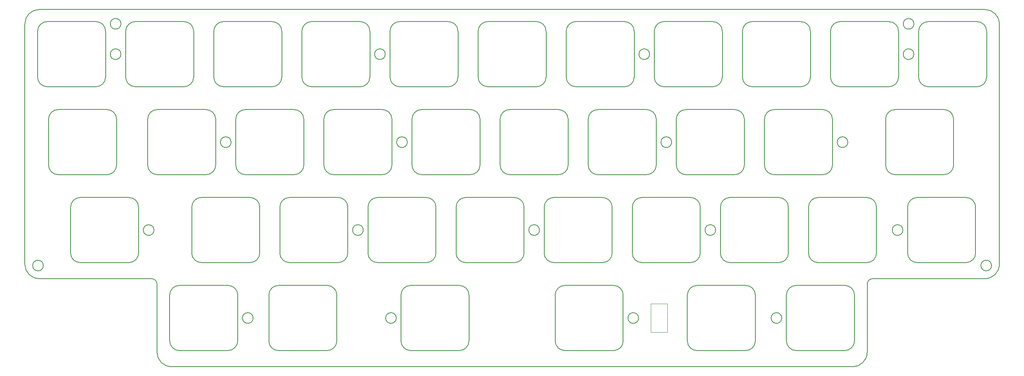
<source format=gbr>
%TF.GenerationSoftware,KiCad,Pcbnew,8.0.9*%
%TF.CreationDate,2026-02-07T17:36:35+01:00*%
%TF.ProjectId,travaulta plate dyna fr4,74726176-6175-46c7-9461-20706c617465,rev?*%
%TF.SameCoordinates,Original*%
%TF.FileFunction,Profile,NP*%
%FSLAX46Y46*%
G04 Gerber Fmt 4.6, Leading zero omitted, Abs format (unit mm)*
G04 Created by KiCad (PCBNEW 8.0.9) date 2026-02-07 17:36:35*
%MOMM*%
%LPD*%
G01*
G04 APERTURE LIST*
%TA.AperFunction,Profile*%
%ADD10C,0.200000*%
%TD*%
%TA.AperFunction,Profile*%
%ADD11C,0.100000*%
%TD*%
G04 APERTURE END LIST*
D10*
X113709100Y-100221400D02*
G75*
G02*
X111634100Y-102296400I-2075000J0D01*
G01*
X249440350Y-100221300D02*
G75*
G02*
X247379560Y-102296400I-2075150J0D01*
G01*
X201815350Y-119271300D02*
G75*
G02*
X199754560Y-121346400I-2075150J0D01*
G01*
X180384100Y-81171400D02*
G75*
G02*
X178309100Y-83246400I-2075000J0D01*
G01*
X127584100Y-71221400D02*
X127584100Y-81171400D01*
X98702800Y-121346400D02*
X109267060Y-121346400D01*
X105846600Y-64196400D02*
X116396600Y-64196400D01*
X215384100Y-102296400D02*
G75*
G02*
X213309100Y-100221400I0J2075000D01*
G01*
X111327850Y-119271300D02*
G75*
G02*
X109267060Y-121346400I-2075150J0D01*
G01*
X175621600Y-62121400D02*
X175621600Y-52171400D01*
X237121600Y-52171400D02*
X237121600Y-62121400D01*
X221171600Y-107246400D02*
G75*
G02*
X223246600Y-109321400I0J-2075000D01*
G01*
X140209100Y-69146400D02*
X129659100Y-69146400D01*
X137521600Y-62121400D02*
G75*
G02*
X135446600Y-64196400I-2075000J0D01*
G01*
X211646600Y-50096400D02*
X201096600Y-50096400D01*
X113709100Y-100221400D02*
X113709100Y-90271400D01*
X46621600Y-52171400D02*
G75*
G02*
X48696600Y-50096400I2075000J0D01*
G01*
X137521600Y-62121400D02*
X137521600Y-52171400D01*
X72450000Y-121724999D02*
X72450000Y-106974999D01*
X110609100Y-83246400D02*
X121159100Y-83246400D01*
X111634100Y-88196400D02*
G75*
G02*
X113709100Y-90271400I0J-2075000D01*
G01*
X97346600Y-50096400D02*
G75*
G02*
X99421600Y-52171400I0J-2075000D01*
G01*
X156159100Y-90271400D02*
G75*
G02*
X158234100Y-88196400I2075000J0D01*
G01*
X148709100Y-83246400D02*
G75*
G02*
X146634100Y-81171400I0J2075000D01*
G01*
X48696600Y-64196400D02*
G75*
G02*
X46621600Y-62121400I0J2075000D01*
G01*
X239196600Y-64196400D02*
X249746600Y-64196400D01*
X77271600Y-121346400D02*
G75*
G02*
X75196600Y-119271400I0J2075000D01*
G01*
X197359100Y-69146400D02*
X186809100Y-69146400D01*
X155137500Y-95250000D02*
G75*
G02*
X152837500Y-95250000I-1150000J0D01*
G01*
X152837500Y-95250000D02*
G75*
G02*
X155137500Y-95250000I1150000J0D01*
G01*
X146634100Y-71221400D02*
G75*
G02*
X148709100Y-69146400I2075000J0D01*
G01*
X192596600Y-50096400D02*
X182046600Y-50096400D01*
X51077850Y-83246400D02*
X61627850Y-83246400D01*
X80371600Y-62121400D02*
X80371600Y-52171400D01*
X93225000Y-114300000D02*
G75*
G02*
X90925000Y-114300000I-1150000J0D01*
G01*
X90925000Y-114300000D02*
G75*
G02*
X93225000Y-114300000I1150000J0D01*
G01*
X189190300Y-121346400D02*
X199754560Y-121346400D01*
X61321600Y-62121400D02*
G75*
G02*
X59246600Y-64196400I-2075000J0D01*
G01*
D11*
X179179211Y-111222627D02*
X182774442Y-111222627D01*
X182774442Y-117365374D01*
X179179211Y-117365374D01*
X179179211Y-111222627D01*
D10*
X252884375Y-102933999D02*
G75*
G02*
X250584375Y-102933999I-1150000J0D01*
G01*
X250584375Y-102933999D02*
G75*
G02*
X252884375Y-102933999I1150000J0D01*
G01*
X91559100Y-83246400D02*
X102109100Y-83246400D01*
X96627850Y-109321400D02*
G75*
G02*
X98688496Y-107246401I2075150J-100D01*
G01*
X158540350Y-109321500D02*
X158540350Y-119271400D01*
X122821600Y-52171400D02*
X122821600Y-62121400D01*
X206884100Y-88196400D02*
X196334100Y-88196400D01*
X97346600Y-50096400D02*
X86796600Y-50096400D01*
X121159100Y-69146400D02*
G75*
G02*
X123234100Y-71221400I0J-2075000D01*
G01*
X156571600Y-62121400D02*
G75*
G02*
X154496600Y-64196400I-2075000J0D01*
G01*
X249746600Y-50096400D02*
G75*
G02*
X251821600Y-52171400I0J-2075000D01*
G01*
X234740350Y-90271500D02*
X234740350Y-100221400D01*
X199740400Y-107246400D02*
X189175996Y-107246400D01*
X218071600Y-52171400D02*
X218071600Y-62121400D01*
X116396600Y-50096400D02*
X105846600Y-50096400D01*
X99421600Y-62121400D02*
G75*
G02*
X97346600Y-64196400I-2075000J0D01*
G01*
X205859100Y-83246400D02*
X216409100Y-83246400D01*
X123234100Y-81171400D02*
G75*
G02*
X121159100Y-83246400I-2075000J0D01*
G01*
X120134100Y-102296400D02*
X130684100Y-102296400D01*
X244677850Y-81171300D02*
G75*
G02*
X242617060Y-83246400I-2075150J0D01*
G01*
X168784100Y-88196400D02*
X158234100Y-88196400D01*
X79959100Y-90271400D02*
X79959100Y-100221400D01*
X71793750Y-95250000D02*
G75*
G02*
X69493750Y-95250000I-1150000J0D01*
G01*
X69493750Y-95250000D02*
G75*
G02*
X71793750Y-95250000I1150000J0D01*
G01*
X154496600Y-50096400D02*
G75*
G02*
X156571600Y-52171400I0J-2075000D01*
G01*
X167759100Y-83246400D02*
X178309100Y-83246400D01*
X177284100Y-102296400D02*
G75*
G02*
X175209100Y-100221400I0J2075000D01*
G01*
X233718750Y-95250000D02*
G75*
G02*
X231418750Y-95250000I-1150000J0D01*
G01*
X231418750Y-95250000D02*
G75*
G02*
X233718750Y-95250000I1150000J0D01*
G01*
X205859100Y-83246400D02*
G75*
G02*
X203784100Y-81171400I0J2075000D01*
G01*
X179971600Y-52171400D02*
X179971600Y-62121400D01*
X187115350Y-109321500D02*
X187115350Y-119271400D01*
X234740350Y-90271500D02*
G75*
G02*
X236800996Y-88196401I2075150J0D01*
G01*
X232052800Y-83246400D02*
X242617060Y-83246400D01*
X175209100Y-90271400D02*
X175209100Y-100221400D01*
X189909100Y-100221400D02*
G75*
G02*
X187834100Y-102296400I-2075000J0D01*
G01*
X242602900Y-69146400D02*
X232038496Y-69146400D01*
X99009100Y-90271400D02*
G75*
G02*
X101084100Y-88196400I2075000J0D01*
G01*
X47866000Y-102933999D02*
G75*
G02*
X45566000Y-102933999I-1150000J0D01*
G01*
X45566000Y-102933999D02*
G75*
G02*
X47866000Y-102933999I1150000J0D01*
G01*
X199434100Y-81171400D02*
X199434100Y-71221400D01*
X201096600Y-64196400D02*
G75*
G02*
X199021600Y-62121400I0J2075000D01*
G01*
X89484100Y-71221400D02*
G75*
G02*
X91559100Y-69146400I2075000J0D01*
G01*
X104184100Y-81171400D02*
G75*
G02*
X102109100Y-83246400I-2075000J0D01*
G01*
X225934100Y-88196400D02*
X215384100Y-88196400D01*
X148709100Y-83246400D02*
X159259100Y-83246400D01*
X84721600Y-52171400D02*
G75*
G02*
X86796600Y-50096400I2075000J0D01*
G01*
X171165400Y-107246400D02*
G75*
G02*
X173240300Y-109321400I0J-2074900D01*
G01*
X66390350Y-88196400D02*
X55840350Y-88196400D01*
X254575000Y-102674999D02*
G75*
G02*
X251475000Y-105775000I-3100000J-1D01*
G01*
X94659100Y-100221400D02*
X94659100Y-90271400D01*
X236100000Y-57150000D02*
G75*
G02*
X233800000Y-57150000I-1150000J0D01*
G01*
X233800000Y-57150000D02*
G75*
G02*
X236100000Y-57150000I1150000J0D01*
G01*
X130684100Y-88196400D02*
G75*
G02*
X132759100Y-90271400I0J-2075000D01*
G01*
X218484100Y-81171400D02*
G75*
G02*
X216409100Y-83246400I-2075000J0D01*
G01*
X156159100Y-90271400D02*
X156159100Y-100221400D01*
X68465350Y-100221400D02*
X68465350Y-90271400D01*
X124181250Y-114300000D02*
G75*
G02*
X121881250Y-114300000I-1150000J0D01*
G01*
X121881250Y-114300000D02*
G75*
G02*
X124181250Y-114300000I1150000J0D01*
G01*
X177284100Y-102296400D02*
X187834100Y-102296400D01*
X121800000Y-57150000D02*
G75*
G02*
X119500000Y-57150000I-1150000J0D01*
G01*
X119500000Y-57150000D02*
G75*
G02*
X121800000Y-57150000I1150000J0D01*
G01*
X78296600Y-50096400D02*
G75*
G02*
X80371600Y-52171400I0J-2075000D01*
G01*
X82034100Y-102296400D02*
X92584100Y-102296400D01*
X65671600Y-52171400D02*
G75*
G02*
X67746600Y-50096400I2075000J0D01*
G01*
X71250000Y-105774999D02*
G75*
G02*
X72450001Y-106974999I0J-1200001D01*
G01*
X120134100Y-102296400D02*
G75*
G02*
X118059100Y-100221400I0J2075000D01*
G01*
X89896600Y-119271400D02*
X89896600Y-109321400D01*
X61321600Y-62121400D02*
X61321600Y-52171400D01*
X63702850Y-81171400D02*
G75*
G02*
X61627850Y-83246350I-2074950J0D01*
G01*
X199740400Y-107246400D02*
G75*
G02*
X201815300Y-109321400I0J-2074900D01*
G01*
X85134100Y-81171400D02*
X85134100Y-71221400D01*
X123234100Y-81171400D02*
X123234100Y-71221400D01*
X194259100Y-90271400D02*
G75*
G02*
X196334100Y-88196400I2075000J0D01*
G01*
X178309100Y-69146400D02*
G75*
G02*
X180384100Y-71221400I0J-2075000D01*
G01*
X46975000Y-47474999D02*
X251475000Y-47474999D01*
X160615300Y-121346400D02*
G75*
G02*
X158540400Y-119271400I0J2074900D01*
G01*
X208959100Y-100221400D02*
G75*
G02*
X206884100Y-102296400I-2075000J0D01*
G01*
X80371600Y-62121400D02*
G75*
G02*
X78296600Y-64196400I-2075000J0D01*
G01*
X143946600Y-64196400D02*
G75*
G02*
X141871600Y-62121400I0J2075000D01*
G01*
X55840350Y-102296400D02*
G75*
G02*
X53765300Y-100221400I-50J2075000D01*
G01*
X137827900Y-107246400D02*
X127263496Y-107246400D01*
X146634100Y-71221400D02*
X146634100Y-81171400D01*
X46621600Y-52171400D02*
X46621600Y-62121400D01*
X111634100Y-88196400D02*
X101084100Y-88196400D01*
X203784100Y-71221400D02*
X203784100Y-81171400D01*
X99421600Y-62121400D02*
X99421600Y-52171400D01*
X132759100Y-100221400D02*
X132759100Y-90271400D01*
X162996600Y-64196400D02*
G75*
G02*
X160921600Y-62121400I0J2075000D01*
G01*
X199021600Y-52171400D02*
X199021600Y-62121400D01*
X151809100Y-100221400D02*
X151809100Y-90271400D01*
X207525000Y-114300000D02*
G75*
G02*
X205225000Y-114300000I-1150000J0D01*
G01*
X205225000Y-114300000D02*
G75*
G02*
X207525000Y-114300000I1150000J0D01*
G01*
X201096600Y-64196400D02*
X211646600Y-64196400D01*
X129659100Y-83246400D02*
X140209100Y-83246400D01*
X226000000Y-106974999D02*
X226000000Y-121724999D01*
X222900000Y-124824999D02*
X75550000Y-124824999D01*
X139184100Y-102296400D02*
G75*
G02*
X137109100Y-100221400I0J2075000D01*
G01*
X223246600Y-119271400D02*
X223246600Y-109321400D01*
X218071600Y-52171400D02*
G75*
G02*
X220146600Y-50096400I2075000J0D01*
G01*
X68465350Y-100221400D02*
G75*
G02*
X66390350Y-102296350I-2074950J0D01*
G01*
X121159100Y-69146400D02*
X110609100Y-69146400D01*
X103771600Y-52171400D02*
G75*
G02*
X105846600Y-50096400I2075000J0D01*
G01*
X179971600Y-52171400D02*
G75*
G02*
X182046600Y-50096400I2075000J0D01*
G01*
X86796600Y-64196400D02*
G75*
G02*
X84721600Y-62121400I0J2075000D01*
G01*
X141871600Y-52171400D02*
X141871600Y-62121400D01*
X61627850Y-69146400D02*
X51077850Y-69146400D01*
X130684100Y-88196400D02*
X120134100Y-88196400D01*
X49002850Y-71221400D02*
G75*
G02*
X51077850Y-69146450I2074950J0D01*
G01*
X216409100Y-69146400D02*
X205859100Y-69146400D01*
X249440350Y-100221300D02*
X249440350Y-90271400D01*
X180384100Y-81171400D02*
X180384100Y-71221400D01*
X64650000Y-50574999D02*
G75*
G02*
X62350000Y-50574999I-1150000J0D01*
G01*
X62350000Y-50574999D02*
G75*
G02*
X64650000Y-50574999I1150000J0D01*
G01*
X201815350Y-119271300D02*
X201815350Y-109321400D01*
X160615300Y-121346400D02*
X171179560Y-121346400D01*
X247365400Y-88196400D02*
X236800996Y-88196400D01*
X194259100Y-90271400D02*
X194259100Y-100221400D01*
X228009100Y-100221400D02*
X228009100Y-90271400D01*
X72509100Y-83246400D02*
X83059100Y-83246400D01*
X48696600Y-64196400D02*
X59246600Y-64196400D01*
X197359100Y-69146400D02*
G75*
G02*
X199434100Y-71221400I0J-2075000D01*
G01*
X103771600Y-52171400D02*
X103771600Y-62121400D01*
X173546600Y-50096400D02*
X162996600Y-50096400D01*
X213721600Y-62121400D02*
G75*
G02*
X211646600Y-64196400I-2075000J0D01*
G01*
X171165400Y-107246400D02*
X160600996Y-107246400D01*
X89484100Y-71221400D02*
X89484100Y-81171400D01*
X77271600Y-121346400D02*
X87821600Y-121346400D01*
X105846600Y-64196400D02*
G75*
G02*
X103771600Y-62121400I0J2075000D01*
G01*
X211646600Y-50096400D02*
G75*
G02*
X213721600Y-52171400I0J-2075000D01*
G01*
X154496600Y-50096400D02*
X143946600Y-50096400D01*
X251821600Y-62121400D02*
G75*
G02*
X249746600Y-64196400I-2075000J0D01*
G01*
X124896600Y-64196400D02*
G75*
G02*
X122821600Y-62121400I0J2075000D01*
G01*
X75196600Y-109321400D02*
X75196600Y-119271400D01*
X151809100Y-100221400D02*
G75*
G02*
X149734100Y-102296400I-2075000J0D01*
G01*
X178950000Y-57150000D02*
G75*
G02*
X176650000Y-57150000I-1150000J0D01*
G01*
X176650000Y-57150000D02*
G75*
G02*
X178950000Y-57150000I1150000J0D01*
G01*
X236100000Y-50574999D02*
G75*
G02*
X233800000Y-50574999I-1150000J0D01*
G01*
X233800000Y-50574999D02*
G75*
G02*
X236100000Y-50574999I1150000J0D01*
G01*
X110609100Y-83246400D02*
G75*
G02*
X108534100Y-81171400I0J2075000D01*
G01*
X99009100Y-90271400D02*
X99009100Y-100221400D01*
X173546600Y-50096400D02*
G75*
G02*
X175621600Y-52171400I0J-2075000D01*
G01*
X210621600Y-121346400D02*
G75*
G02*
X208546600Y-119271400I0J2075000D01*
G01*
X96627850Y-109321400D02*
X96627850Y-119271400D01*
X64650000Y-57150000D02*
G75*
G02*
X62350000Y-57150000I-1150000J0D01*
G01*
X62350000Y-57150000D02*
G75*
G02*
X64650000Y-57150000I1150000J0D01*
G01*
X199021600Y-52171400D02*
G75*
G02*
X201096600Y-50096400I2075000J0D01*
G01*
X186809100Y-83246400D02*
G75*
G02*
X184734100Y-81171400I0J2075000D01*
G01*
X46975000Y-105774999D02*
G75*
G02*
X43875001Y-102674999I0J3099999D01*
G01*
X189909100Y-100221400D02*
X189909100Y-90271400D01*
X140209100Y-69146400D02*
G75*
G02*
X142284100Y-71221400I0J-2075000D01*
G01*
X161334100Y-81171400D02*
X161334100Y-71221400D01*
X189190300Y-121346400D02*
G75*
G02*
X187115400Y-119271400I0J2074900D01*
G01*
X67746600Y-64196400D02*
G75*
G02*
X65671600Y-62121400I0J2075000D01*
G01*
X117037500Y-95250000D02*
G75*
G02*
X114737500Y-95250000I-1150000J0D01*
G01*
X114737500Y-95250000D02*
G75*
G02*
X117037500Y-95250000I1150000J0D01*
G01*
X109252900Y-107246400D02*
X98688496Y-107246400D01*
X182046600Y-64196400D02*
G75*
G02*
X179971600Y-62121400I0J2075000D01*
G01*
X251475000Y-47474999D02*
G75*
G02*
X254575001Y-50574999I0J-3100001D01*
G01*
X49002850Y-71221400D02*
X49002850Y-81171400D01*
X137827900Y-107246400D02*
G75*
G02*
X139902800Y-109321400I0J-2074900D01*
G01*
X91559100Y-83246400D02*
G75*
G02*
X89484100Y-81171400I0J2075000D01*
G01*
X196334100Y-102296400D02*
X206884100Y-102296400D01*
X63702850Y-81171400D02*
X63702850Y-71221400D01*
X176568750Y-114300000D02*
G75*
G02*
X174268750Y-114300000I-1150000J0D01*
G01*
X174268750Y-114300000D02*
G75*
G02*
X176568750Y-114300000I1150000J0D01*
G01*
X139184100Y-102296400D02*
X149734100Y-102296400D01*
X127277800Y-121346400D02*
X137842060Y-121346400D01*
X229977850Y-71221500D02*
X229977850Y-81171400D01*
X226000000Y-106974999D02*
G75*
G02*
X227200000Y-105775000I1200000J-1D01*
G01*
X230696600Y-50096400D02*
G75*
G02*
X232771600Y-52171400I0J-2075000D01*
G01*
X118471600Y-62121400D02*
X118471600Y-52171400D01*
X137109100Y-90271400D02*
X137109100Y-100221400D01*
X173240350Y-119271300D02*
G75*
G02*
X171179560Y-121346400I-2075150J0D01*
G01*
X135446600Y-50096400D02*
G75*
G02*
X137521600Y-52171400I0J-2075000D01*
G01*
X215384100Y-102296400D02*
X225934100Y-102296400D01*
X251821600Y-62121400D02*
X251821600Y-52171400D01*
X143946600Y-64196400D02*
X154496600Y-64196400D01*
X170859100Y-100221400D02*
X170859100Y-90271400D01*
X199434100Y-81171400D02*
G75*
G02*
X197359100Y-83246400I-2075000J0D01*
G01*
X239196600Y-64196400D02*
G75*
G02*
X237121600Y-62121400I0J2075000D01*
G01*
X232052800Y-83246400D02*
G75*
G02*
X229977900Y-81171400I0J2074900D01*
G01*
X104184100Y-81171400D02*
X104184100Y-71221400D01*
X129659100Y-83246400D02*
G75*
G02*
X127584100Y-81171400I0J2075000D01*
G01*
X230696600Y-50096400D02*
X220146600Y-50096400D01*
X220146600Y-64196400D02*
X230696600Y-64196400D01*
X82034100Y-102296400D02*
G75*
G02*
X79959100Y-100221400I0J2075000D01*
G01*
X208546600Y-109321400D02*
G75*
G02*
X210621600Y-107246400I2075000J0D01*
G01*
X101084100Y-102296400D02*
G75*
G02*
X99009100Y-100221400I0J2075000D01*
G01*
X220146600Y-64196400D02*
G75*
G02*
X218071600Y-62121400I0J2075000D01*
G01*
X221171600Y-107246400D02*
X210621600Y-107246400D01*
X149734100Y-88196400D02*
X139184100Y-88196400D01*
X213721600Y-62121400D02*
X213721600Y-52171400D01*
X55840350Y-102296400D02*
X66390350Y-102296400D01*
X142284100Y-81171400D02*
G75*
G02*
X140209100Y-83246400I-2075000J0D01*
G01*
X160921600Y-52171400D02*
X160921600Y-62121400D01*
X203784100Y-71221400D02*
G75*
G02*
X205859100Y-69146400I2075000J0D01*
G01*
X168784100Y-88196400D02*
G75*
G02*
X170859100Y-90271400I0J-2075000D01*
G01*
X187834100Y-88196400D02*
G75*
G02*
X189909100Y-90271400I0J-2075000D01*
G01*
X186809100Y-83246400D02*
X197359100Y-83246400D01*
X183712500Y-76200000D02*
G75*
G02*
X181412500Y-76200000I-1150000J0D01*
G01*
X181412500Y-76200000D02*
G75*
G02*
X183712500Y-76200000I1150000J0D01*
G01*
X70434100Y-71221400D02*
G75*
G02*
X72509100Y-69146400I2075000J0D01*
G01*
X167759100Y-83246400D02*
G75*
G02*
X165684100Y-81171400I0J2075000D01*
G01*
X223246600Y-119271400D02*
G75*
G02*
X221171600Y-121346400I-2075000J0D01*
G01*
X142284100Y-81171400D02*
X142284100Y-71221400D01*
X109252900Y-107246400D02*
G75*
G02*
X111327800Y-109321400I0J-2074900D01*
G01*
X87821600Y-107246400D02*
X77271600Y-107246400D01*
X206884100Y-88196400D02*
G75*
G02*
X208959100Y-90271400I0J-2075000D01*
G01*
X78296600Y-50096400D02*
X67746600Y-50096400D01*
X162996600Y-64196400D02*
X173546600Y-64196400D01*
X159259100Y-69146400D02*
G75*
G02*
X161334100Y-71221400I0J-2075000D01*
G01*
X182046600Y-64196400D02*
X192596600Y-64196400D01*
X108534100Y-71221400D02*
G75*
G02*
X110609100Y-69146400I2075000J0D01*
G01*
X187834100Y-88196400D02*
X177284100Y-88196400D01*
X83059100Y-69146400D02*
X72509100Y-69146400D01*
X226000000Y-121724999D02*
G75*
G02*
X222900000Y-124825000I-3100000J-1D01*
G01*
X98702800Y-121346400D02*
G75*
G02*
X96627900Y-119271400I0J2074900D01*
G01*
X158234100Y-102296400D02*
G75*
G02*
X156159100Y-100221400I0J2075000D01*
G01*
X165684100Y-71221400D02*
G75*
G02*
X167759100Y-69146400I2075000J0D01*
G01*
X249746600Y-50096400D02*
X239196600Y-50096400D01*
X175209100Y-90271400D02*
G75*
G02*
X177284100Y-88196400I2075000J0D01*
G01*
X161334100Y-81171400D02*
G75*
G02*
X159259100Y-83246400I-2075000J0D01*
G01*
X225934100Y-88196400D02*
G75*
G02*
X228009100Y-90271400I0J-2075000D01*
G01*
X178309100Y-69146400D02*
X167759100Y-69146400D01*
X221812500Y-76200000D02*
G75*
G02*
X219512500Y-76200000I-1150000J0D01*
G01*
X219512500Y-76200000D02*
G75*
G02*
X221812500Y-76200000I1150000J0D01*
G01*
X196334100Y-102296400D02*
G75*
G02*
X194259100Y-100221400I0J2075000D01*
G01*
X232771600Y-62121400D02*
X232771600Y-52171400D01*
X94659100Y-100221400D02*
G75*
G02*
X92584100Y-102296400I-2075000J0D01*
G01*
X232771600Y-62121400D02*
G75*
G02*
X230696600Y-64196400I-2075000J0D01*
G01*
X59246600Y-50096400D02*
G75*
G02*
X61321600Y-52171400I0J-2075000D01*
G01*
X118471600Y-62121400D02*
G75*
G02*
X116396600Y-64196400I-2075000J0D01*
G01*
X126562500Y-76200000D02*
G75*
G02*
X124262500Y-76200000I-1150000J0D01*
G01*
X124262500Y-76200000D02*
G75*
G02*
X126562500Y-76200000I1150000J0D01*
G01*
X118059100Y-90271400D02*
X118059100Y-100221400D01*
X92584100Y-88196400D02*
G75*
G02*
X94659100Y-90271400I0J-2075000D01*
G01*
X51077850Y-83246400D02*
G75*
G02*
X49002800Y-81171400I-50J2075000D01*
G01*
X67746600Y-64196400D02*
X78296600Y-64196400D01*
X254575000Y-50574999D02*
X254575000Y-102674999D01*
X87821600Y-107246400D02*
G75*
G02*
X89896600Y-109321400I0J-2075000D01*
G01*
X194671600Y-62121400D02*
G75*
G02*
X192596600Y-64196400I-2075000J0D01*
G01*
X66390350Y-88196400D02*
G75*
G02*
X68465400Y-90271400I50J-2075000D01*
G01*
X116396600Y-50096400D02*
G75*
G02*
X118471600Y-52171400I0J-2075000D01*
G01*
X175621600Y-62121400D02*
G75*
G02*
X173546600Y-64196400I-2075000J0D01*
G01*
X132759100Y-100221400D02*
G75*
G02*
X130684100Y-102296400I-2075000J0D01*
G01*
X84721600Y-52171400D02*
X84721600Y-62121400D01*
X88462500Y-76200000D02*
G75*
G02*
X86162500Y-76200000I-1150000J0D01*
G01*
X86162500Y-76200000D02*
G75*
G02*
X88462500Y-76200000I1150000J0D01*
G01*
X160921600Y-52171400D02*
G75*
G02*
X162996600Y-50096400I2075000J0D01*
G01*
X108534100Y-71221400D02*
X108534100Y-81171400D01*
X193237500Y-95250000D02*
G75*
G02*
X190937500Y-95250000I-1150000J0D01*
G01*
X190937500Y-95250000D02*
G75*
G02*
X193237500Y-95250000I1150000J0D01*
G01*
X89896600Y-119271400D02*
G75*
G02*
X87821600Y-121346400I-2075000J0D01*
G01*
X43875000Y-50574999D02*
G75*
G02*
X46975000Y-47475000I3100000J-1D01*
G01*
X137109100Y-90271400D02*
G75*
G02*
X139184100Y-88196400I2075000J0D01*
G01*
X79959100Y-90271400D02*
G75*
G02*
X82034100Y-88196400I2075000J0D01*
G01*
X173240350Y-119271300D02*
X173240350Y-109321400D01*
X236815300Y-102296400D02*
X247379560Y-102296400D01*
X127277800Y-121346400D02*
G75*
G02*
X125202900Y-119271400I0J2074900D01*
G01*
X101084100Y-102296400D02*
X111634100Y-102296400D01*
X210621600Y-121346400D02*
X221171600Y-121346400D01*
X85134100Y-81171400D02*
G75*
G02*
X83059100Y-83246400I-2075000J0D01*
G01*
X139902850Y-119271300D02*
G75*
G02*
X137842060Y-121346400I-2075150J0D01*
G01*
X165684100Y-71221400D02*
X165684100Y-81171400D01*
X53765350Y-90271400D02*
G75*
G02*
X55840350Y-88196450I2074950J0D01*
G01*
X61627850Y-69146400D02*
G75*
G02*
X63702900Y-71221400I50J-2075000D01*
G01*
X242602900Y-69146400D02*
G75*
G02*
X244677800Y-71221400I0J-2074900D01*
G01*
X184734100Y-71221400D02*
X184734100Y-81171400D01*
X149734100Y-88196400D02*
G75*
G02*
X151809100Y-90271400I0J-2075000D01*
G01*
X170859100Y-100221400D02*
G75*
G02*
X168784100Y-102296400I-2075000J0D01*
G01*
X236815300Y-102296400D02*
G75*
G02*
X234740400Y-100221400I0J2074900D01*
G01*
X65671600Y-52171400D02*
X65671600Y-62121400D01*
X228009100Y-100221400D02*
G75*
G02*
X225934100Y-102296400I-2075000J0D01*
G01*
X92584100Y-88196400D02*
X82034100Y-88196400D01*
X59246600Y-50096400D02*
X48696600Y-50096400D01*
X111327850Y-119271300D02*
X111327850Y-109321400D01*
X237121600Y-52171400D02*
G75*
G02*
X239196600Y-50096400I2075000J0D01*
G01*
X72509100Y-83246400D02*
G75*
G02*
X70434100Y-81171400I0J2075000D01*
G01*
X71250000Y-105774999D02*
X46975000Y-105774999D01*
X251475000Y-105774999D02*
X227200000Y-105774999D01*
X156571600Y-62121400D02*
X156571600Y-52171400D01*
X139902850Y-119271300D02*
X139902850Y-109321400D01*
X213309100Y-90271400D02*
G75*
G02*
X215384100Y-88196400I2075000J0D01*
G01*
X124896600Y-64196400D02*
X135446600Y-64196400D01*
X102109100Y-69146400D02*
G75*
G02*
X104184100Y-71221400I0J-2075000D01*
G01*
X158234100Y-102296400D02*
X168784100Y-102296400D01*
X118059100Y-90271400D02*
G75*
G02*
X120134100Y-88196400I2075000J0D01*
G01*
X75550000Y-124824999D02*
G75*
G02*
X72450001Y-121724999I0J3099999D01*
G01*
X86796600Y-64196400D02*
X97346600Y-64196400D01*
X192596600Y-50096400D02*
G75*
G02*
X194671600Y-52171400I0J-2075000D01*
G01*
X216409100Y-69146400D02*
G75*
G02*
X218484100Y-71221400I0J-2075000D01*
G01*
X187115350Y-109321500D02*
G75*
G02*
X189175996Y-107246401I2075150J0D01*
G01*
X159259100Y-69146400D02*
X148709100Y-69146400D01*
X194671600Y-62121400D02*
X194671600Y-52171400D01*
X102109100Y-69146400D02*
X91559100Y-69146400D01*
X70434100Y-71221400D02*
X70434100Y-81171400D01*
X208959100Y-100221400D02*
X208959100Y-90271400D01*
X247365400Y-88196400D02*
G75*
G02*
X249440300Y-90271400I0J-2074900D01*
G01*
X218484100Y-81171400D02*
X218484100Y-71221400D01*
X125202850Y-109321500D02*
X125202850Y-119271400D01*
X75196600Y-109321400D02*
G75*
G02*
X77271600Y-107246400I2075000J0D01*
G01*
X141871600Y-52171400D02*
G75*
G02*
X143946600Y-50096400I2075000J0D01*
G01*
X213309100Y-90271400D02*
X213309100Y-100221400D01*
X244677850Y-81171300D02*
X244677850Y-71221400D01*
X53765350Y-90271400D02*
X53765350Y-100221400D01*
X127584100Y-71221400D02*
G75*
G02*
X129659100Y-69146400I2075000J0D01*
G01*
X122821600Y-52171400D02*
G75*
G02*
X124896600Y-50096400I2075000J0D01*
G01*
X83059100Y-69146400D02*
G75*
G02*
X85134100Y-71221400I0J-2075000D01*
G01*
X208546600Y-109321400D02*
X208546600Y-119271400D01*
X43875000Y-102674999D02*
X43875000Y-50574999D01*
X184734100Y-71221400D02*
G75*
G02*
X186809100Y-69146400I2075000J0D01*
G01*
X158540350Y-109321500D02*
G75*
G02*
X160600996Y-107246401I2075150J0D01*
G01*
X125202850Y-109321500D02*
G75*
G02*
X127263496Y-107246401I2075150J0D01*
G01*
X229977850Y-71221500D02*
G75*
G02*
X232038496Y-69146401I2075150J0D01*
G01*
X135446600Y-50096400D02*
X124896600Y-50096400D01*
M02*

</source>
